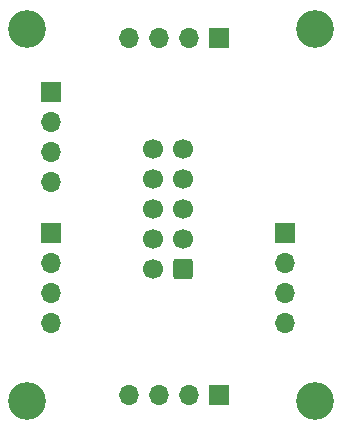
<source format=gbr>
%TF.GenerationSoftware,KiCad,Pcbnew,(7.0.0)*%
%TF.CreationDate,2023-10-26T14:35:27-04:00*%
%TF.ProjectId,RibbonBreakout,52696262-6f6e-4427-9265-616b6f75742e,rev?*%
%TF.SameCoordinates,Original*%
%TF.FileFunction,Soldermask,Top*%
%TF.FilePolarity,Negative*%
%FSLAX46Y46*%
G04 Gerber Fmt 4.6, Leading zero omitted, Abs format (unit mm)*
G04 Created by KiCad (PCBNEW (7.0.0)) date 2023-10-26 14:35:27*
%MOMM*%
%LPD*%
G01*
G04 APERTURE LIST*
G04 Aperture macros list*
%AMRoundRect*
0 Rectangle with rounded corners*
0 $1 Rounding radius*
0 $2 $3 $4 $5 $6 $7 $8 $9 X,Y pos of 4 corners*
0 Add a 4 corners polygon primitive as box body*
4,1,4,$2,$3,$4,$5,$6,$7,$8,$9,$2,$3,0*
0 Add four circle primitives for the rounded corners*
1,1,$1+$1,$2,$3*
1,1,$1+$1,$4,$5*
1,1,$1+$1,$6,$7*
1,1,$1+$1,$8,$9*
0 Add four rect primitives between the rounded corners*
20,1,$1+$1,$2,$3,$4,$5,0*
20,1,$1+$1,$4,$5,$6,$7,0*
20,1,$1+$1,$6,$7,$8,$9,0*
20,1,$1+$1,$8,$9,$2,$3,0*%
G04 Aperture macros list end*
%ADD10C,3.200000*%
%ADD11R,1.700000X1.700000*%
%ADD12O,1.700000X1.700000*%
%ADD13RoundRect,0.250000X0.600000X0.600000X-0.600000X0.600000X-0.600000X-0.600000X0.600000X-0.600000X0*%
%ADD14C,1.700000*%
G04 APERTURE END LIST*
D10*
%TO.C,REF\u002A\u002A*%
X162052000Y-111506000D03*
X162052000Y-111506000D03*
%TD*%
D11*
%TO.C,J2*%
X139699999Y-97281999D03*
D12*
X139699999Y-99821999D03*
X139699999Y-102361999D03*
X139699999Y-104901999D03*
%TD*%
D11*
%TO.C,J4*%
X153923999Y-80771999D03*
D12*
X151383999Y-80771999D03*
X148843999Y-80771999D03*
X146303999Y-80771999D03*
%TD*%
D13*
%TO.C,S1*%
X150866500Y-100330000D03*
D14*
X148326500Y-100330000D03*
X150866500Y-97790000D03*
X148326500Y-97790000D03*
X150866500Y-95250000D03*
X148326500Y-95250000D03*
X150866500Y-92710000D03*
X148326500Y-92710000D03*
X150866500Y-90170000D03*
X148326500Y-90170000D03*
%TD*%
D11*
%TO.C,J1*%
X159511999Y-97281999D03*
D12*
X159511999Y-99821999D03*
X159511999Y-102361999D03*
X159511999Y-104901999D03*
%TD*%
D11*
%TO.C,J5*%
X139699999Y-85343999D03*
D12*
X139699999Y-87883999D03*
X139699999Y-90423999D03*
X139699999Y-92963999D03*
%TD*%
D10*
%TO.C,REF\u002A\u002A*%
X162052000Y-80010000D03*
X162052000Y-80010000D03*
%TD*%
%TO.C,REF\u002A\u002A*%
X137668000Y-80010000D03*
%TD*%
%TO.C,REF\u002A\u002A*%
X137668000Y-111506000D03*
X137668000Y-111506000D03*
%TD*%
D11*
%TO.C,J3*%
X153923999Y-110997999D03*
D12*
X151383999Y-110997999D03*
X148843999Y-110997999D03*
X146303999Y-110997999D03*
%TD*%
M02*

</source>
